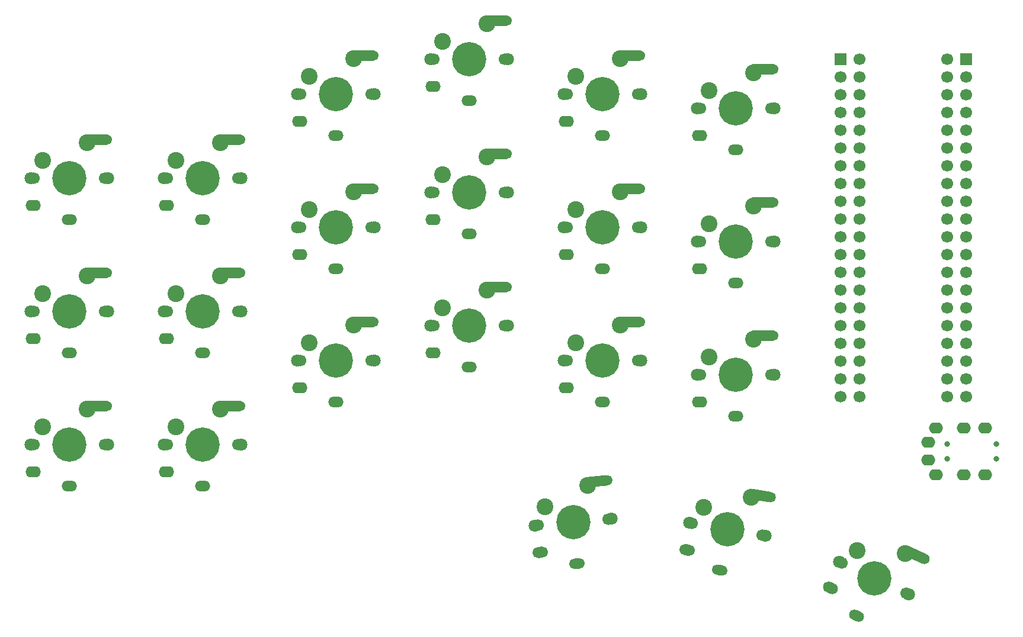
<source format=gbs>
%TF.GenerationSoftware,KiCad,Pcbnew,(6.0.5-0)*%
%TF.CreationDate,2023-02-13T19:00:38-08:00*%
%TF.ProjectId,keyboard_pcb,6b657962-6f61-4726-945f-7063622e6b69,rev1.0*%
%TF.SameCoordinates,Original*%
%TF.FileFunction,Soldermask,Bot*%
%TF.FilePolarity,Negative*%
%FSLAX46Y46*%
G04 Gerber Fmt 4.6, Leading zero omitted, Abs format (unit mm)*
G04 Created by KiCad (PCBNEW (6.0.5-0)) date 2023-02-13 19:00:38*
%MOMM*%
%LPD*%
G01*
G04 APERTURE LIST*
G04 Aperture macros list*
%AMHorizOval*
0 Thick line with rounded ends*
0 $1 width*
0 $2 $3 position (X,Y) of the first rounded end (center of the circle)*
0 $4 $5 position (X,Y) of the second rounded end (center of the circle)*
0 Add line between two ends*
20,1,$1,$2,$3,$4,$5,0*
0 Add two circle primitives to create the rounded ends*
1,1,$1,$2,$3*
1,1,$1,$4,$5*%
G04 Aperture macros list end*
%ADD10C,4.900000*%
%ADD11C,1.800000*%
%ADD12C,1.700000*%
%ADD13C,2.400000*%
%ADD14O,2.200000X1.600000*%
%ADD15HorizOval,1.500000X1.449945X0.012653X-1.449945X-0.012653X0*%
%ADD16O,2.200000X1.500000*%
%ADD17HorizOval,1.600000X0.298858X0.026147X-0.298858X-0.026147X0*%
%ADD18HorizOval,1.500000X0.348668X0.030505X-0.348668X-0.030505X0*%
%ADD19HorizOval,1.500000X1.443324X0.138976X-1.443324X-0.138976X0*%
%ADD20C,0.800000*%
%ADD21O,2.000000X1.600000*%
%ADD22HorizOval,1.600000X0.271892X-0.126785X-0.271892X0.126785X0*%
%ADD23HorizOval,1.500000X0.317208X-0.147916X-0.317208X0.147916X0*%
%ADD24HorizOval,1.500000X1.319444X-0.601305X-1.319444X0.601305X0*%
%ADD25R,1.700000X1.700000*%
%ADD26HorizOval,1.600000X0.295442X-0.052094X-0.295442X0.052094X0*%
%ADD27HorizOval,1.500000X1.430114X-0.239319X-1.430114X0.239319X0*%
%ADD28HorizOval,1.500000X0.344683X-0.060777X-0.344683X0.060777X0*%
G04 APERTURE END LIST*
D10*
%TO.C,K25*%
X164000000Y-98100000D03*
D11*
X169500000Y-98100000D03*
X158500000Y-98100000D03*
D12*
X158920000Y-98100000D03*
X169080000Y-98100000D03*
D13*
X160190000Y-95560000D03*
D14*
X158900000Y-102000000D03*
D15*
X167900042Y-92559599D03*
D13*
X166540000Y-93020000D03*
D16*
X164000000Y-104000000D03*
%TD*%
D11*
%TO.C,K24*%
X150450000Y-96100000D03*
D12*
X150030000Y-96100000D03*
D10*
X144950000Y-96100000D03*
D11*
X139450000Y-96100000D03*
D12*
X139870000Y-96100000D03*
D13*
X141140000Y-93560000D03*
D14*
X139850000Y-100000000D03*
D16*
X144950000Y-102000000D03*
D15*
X148850042Y-90559599D03*
D13*
X147490000Y-91020000D03*
%TD*%
D11*
%TO.C,K21*%
X93300000Y-108100000D03*
D10*
X87800000Y-108100000D03*
D12*
X92880000Y-108100000D03*
X82720000Y-108100000D03*
D11*
X82300000Y-108100000D03*
D14*
X82700000Y-112000000D03*
D13*
X83990000Y-105560000D03*
D16*
X87800000Y-114000000D03*
D13*
X90340000Y-103020000D03*
D15*
X91700042Y-102559599D03*
%TD*%
D10*
%TO.C,K02*%
X106850000Y-58000000D03*
D12*
X111930000Y-58000000D03*
X101770000Y-58000000D03*
D11*
X112350000Y-58000000D03*
X101350000Y-58000000D03*
D13*
X103040000Y-55460000D03*
D14*
X101750000Y-61900000D03*
D13*
X109390000Y-52920000D03*
D15*
X110750042Y-52459599D03*
D16*
X106850000Y-63900000D03*
%TD*%
D11*
%TO.C,K10*%
X74250000Y-89050000D03*
D12*
X73830000Y-89050000D03*
X63670000Y-89050000D03*
D10*
X68750000Y-89050000D03*
D11*
X63250000Y-89050000D03*
D13*
X64940000Y-86510000D03*
D14*
X63650000Y-92950000D03*
D15*
X72650042Y-83509599D03*
D13*
X71290000Y-83970000D03*
D16*
X68750000Y-94950000D03*
%TD*%
D12*
%TO.C,K04*%
X150030000Y-58000000D03*
D10*
X144950000Y-58000000D03*
D11*
X139450000Y-58000000D03*
D12*
X139870000Y-58000000D03*
D11*
X150450000Y-58000000D03*
D14*
X139850000Y-61900000D03*
D13*
X141140000Y-55460000D03*
X147490000Y-52920000D03*
D15*
X148850042Y-52459599D03*
D16*
X144950000Y-63900000D03*
%TD*%
D12*
%TO.C,K12*%
X111930000Y-77050000D03*
D11*
X101350000Y-77050000D03*
X112350000Y-77050000D03*
D10*
X106850000Y-77050000D03*
D12*
X101770000Y-77050000D03*
D13*
X103040000Y-74510000D03*
D14*
X101750000Y-80950000D03*
D13*
X109390000Y-71970000D03*
D15*
X110750042Y-71509599D03*
D16*
X106850000Y-82950000D03*
%TD*%
D10*
%TO.C,K30*%
X140800000Y-119200000D03*
D11*
X135320929Y-119679357D03*
D12*
X145860669Y-118757249D03*
D11*
X146279071Y-118720643D03*
D12*
X135739331Y-119642751D03*
D13*
X136783123Y-117001729D03*
D17*
X136059314Y-123529654D03*
D18*
X141314219Y-125077549D03*
D19*
X144202323Y-113340771D03*
D13*
X142887583Y-113917955D03*
%TD*%
D12*
%TO.C,K01*%
X92880000Y-70000000D03*
X82720000Y-70000000D03*
D11*
X93300000Y-70000000D03*
X82300000Y-70000000D03*
D10*
X87800000Y-70000000D03*
D14*
X82700000Y-73900000D03*
D13*
X83990000Y-67460000D03*
X90340000Y-64920000D03*
D15*
X91700042Y-64459599D03*
D16*
X87800000Y-75900000D03*
%TD*%
D11*
%TO.C,K14*%
X150450000Y-77050000D03*
D12*
X150030000Y-77050000D03*
D11*
X139450000Y-77050000D03*
D10*
X144950000Y-77050000D03*
D12*
X139870000Y-77050000D03*
D13*
X141140000Y-74510000D03*
D14*
X139850000Y-80950000D03*
D15*
X148850042Y-71509599D03*
D13*
X147490000Y-71970000D03*
D16*
X144950000Y-82950000D03*
%TD*%
D11*
%TO.C,K23*%
X131400000Y-91100000D03*
D10*
X125900000Y-91100000D03*
D12*
X130980000Y-91100000D03*
X120820000Y-91100000D03*
D11*
X120400000Y-91100000D03*
D14*
X120800000Y-95000000D03*
D13*
X122090000Y-88560000D03*
D16*
X125900000Y-97000000D03*
D13*
X128440000Y-86020000D03*
D15*
X129800042Y-85559599D03*
%TD*%
D11*
%TO.C,K03*%
X120400000Y-53000000D03*
D10*
X125900000Y-53000000D03*
D11*
X131400000Y-53000000D03*
D12*
X120820000Y-53000000D03*
X130980000Y-53000000D03*
D14*
X120800000Y-56900000D03*
D13*
X122090000Y-50460000D03*
D16*
X125900000Y-58900000D03*
D13*
X128440000Y-47920000D03*
D15*
X129800042Y-47459599D03*
%TD*%
D12*
%TO.C,K22*%
X111930000Y-96100000D03*
D11*
X112350000Y-96100000D03*
D12*
X101770000Y-96100000D03*
D10*
X106850000Y-96100000D03*
D11*
X101350000Y-96100000D03*
D14*
X101750000Y-100000000D03*
D13*
X103040000Y-93560000D03*
X109390000Y-91020000D03*
D15*
X110750042Y-90559599D03*
D16*
X106850000Y-102000000D03*
%TD*%
D20*
%TO.C,J1*%
X201250000Y-110100000D03*
X194250000Y-108000000D03*
X194250000Y-110100000D03*
X201250000Y-108000000D03*
D21*
X191550000Y-107800000D03*
X191550000Y-110300000D03*
X192650000Y-112400000D03*
X192650000Y-105700000D03*
X199650000Y-112400000D03*
X196650000Y-105700000D03*
X196650000Y-112400000D03*
X199650000Y-105700000D03*
%TD*%
D12*
%TO.C,K15*%
X158920000Y-79050000D03*
D11*
X158500000Y-79050000D03*
D12*
X169080000Y-79050000D03*
D11*
X169500000Y-79050000D03*
D10*
X164000000Y-79050000D03*
D14*
X158900000Y-82950000D03*
D13*
X160190000Y-76510000D03*
D16*
X164000000Y-84950000D03*
D13*
X166540000Y-73970000D03*
D15*
X167900042Y-73509599D03*
%TD*%
D12*
%TO.C,K32*%
X188404044Y-129346901D03*
D11*
X178815307Y-124875600D03*
D10*
X183800000Y-127200000D03*
D11*
X188784693Y-129524400D03*
D12*
X179195956Y-125053099D03*
D22*
X177529619Y-128579247D03*
D13*
X181420418Y-123287803D03*
D23*
X181306552Y-132547216D03*
D24*
X189676113Y-123826920D03*
D13*
X188248923Y-123669407D03*
%TD*%
D10*
%TO.C,K11*%
X87800000Y-89050000D03*
D11*
X93300000Y-89050000D03*
D12*
X92880000Y-89050000D03*
X82720000Y-89050000D03*
D11*
X82300000Y-89050000D03*
D13*
X83990000Y-86510000D03*
D14*
X82700000Y-92950000D03*
D13*
X90340000Y-83970000D03*
D16*
X87800000Y-94950000D03*
D15*
X91700042Y-83509599D03*
%TD*%
D25*
%TO.C,U1*%
X179035000Y-53020000D03*
X196935000Y-53000000D03*
D12*
X196935000Y-55540000D03*
X179035000Y-55560000D03*
X179035000Y-58100000D03*
X196935000Y-58080000D03*
X196935000Y-60620000D03*
X179035000Y-60640000D03*
X179035000Y-63180000D03*
X196935000Y-63160000D03*
X196935000Y-65700000D03*
X179035000Y-65720000D03*
X196935000Y-68240000D03*
X179035000Y-68260000D03*
X196935000Y-70780000D03*
X179035000Y-70800000D03*
X179035000Y-73340000D03*
X196935000Y-73320000D03*
X196935000Y-75860000D03*
X179035000Y-75880000D03*
X179035000Y-78420000D03*
X196935000Y-78400000D03*
X179035000Y-80960000D03*
X196935000Y-80940000D03*
X196935000Y-83480000D03*
X179035000Y-83500000D03*
X179035000Y-86040000D03*
X196935000Y-86020000D03*
X179035000Y-88580000D03*
X196935000Y-88560000D03*
X196935000Y-91100000D03*
X179035000Y-91120000D03*
X196935000Y-93640000D03*
X179035000Y-93660000D03*
X179035000Y-96200000D03*
X196935000Y-96180000D03*
X196935000Y-98720000D03*
X179035000Y-98740000D03*
X196935000Y-101260000D03*
X179035000Y-101280000D03*
X194275000Y-101280000D03*
X181695000Y-101260000D03*
X181695000Y-98720000D03*
X194275000Y-98740000D03*
X181695000Y-96180000D03*
X194275000Y-96200000D03*
X194275000Y-93660000D03*
X181695000Y-93640000D03*
X194275000Y-91120000D03*
X181695000Y-91100000D03*
X194275000Y-88580000D03*
X181695000Y-88560000D03*
X194275000Y-86040000D03*
X181695000Y-86020000D03*
X194275000Y-83500000D03*
X181695000Y-83480000D03*
X181695000Y-80940000D03*
X194275000Y-80960000D03*
X181695000Y-78400000D03*
X194275000Y-78420000D03*
X194275000Y-75880000D03*
X181695000Y-75860000D03*
X181695000Y-73320000D03*
X194275000Y-73340000D03*
X181695000Y-70780000D03*
X194275000Y-70800000D03*
X194275000Y-68260000D03*
X181695000Y-68240000D03*
X194275000Y-65720000D03*
X181695000Y-65700000D03*
X181695000Y-63160000D03*
X194275000Y-63180000D03*
X194275000Y-60640000D03*
X181695000Y-60620000D03*
X181695000Y-58080000D03*
X194275000Y-58100000D03*
X181695000Y-55540000D03*
X194275000Y-55560000D03*
X181695000Y-53000000D03*
X194275000Y-53020000D03*
%TD*%
D11*
%TO.C,K05*%
X158500000Y-60000000D03*
D12*
X158920000Y-60000000D03*
D11*
X169500000Y-60000000D03*
D10*
X164000000Y-60000000D03*
D12*
X169080000Y-60000000D03*
D13*
X160190000Y-57460000D03*
D14*
X158900000Y-63900000D03*
D16*
X164000000Y-65900000D03*
D15*
X167900042Y-54459599D03*
D13*
X166540000Y-54920000D03*
%TD*%
D12*
%TO.C,K20*%
X73830000Y-108100000D03*
X63670000Y-108100000D03*
D11*
X74250000Y-108100000D03*
D10*
X68750000Y-108100000D03*
D11*
X63250000Y-108100000D03*
D14*
X63650000Y-112000000D03*
D13*
X64940000Y-105560000D03*
D16*
X68750000Y-114000000D03*
D15*
X72650042Y-102559599D03*
D13*
X71290000Y-103020000D03*
%TD*%
D11*
%TO.C,K13*%
X120400000Y-72050000D03*
D10*
X125900000Y-72050000D03*
D11*
X131400000Y-72050000D03*
D12*
X120820000Y-72050000D03*
X130980000Y-72050000D03*
D13*
X122090000Y-69510000D03*
D14*
X120800000Y-75950000D03*
D16*
X125900000Y-77950000D03*
D15*
X129800042Y-66509599D03*
D13*
X128440000Y-66970000D03*
%TD*%
D11*
%TO.C,K00*%
X63250000Y-70000000D03*
D12*
X73830000Y-70000000D03*
D11*
X74250000Y-70000000D03*
D12*
X63670000Y-70000000D03*
D10*
X68750000Y-70000000D03*
D13*
X64940000Y-67460000D03*
D14*
X63650000Y-73900000D03*
D16*
X68750000Y-75900000D03*
D15*
X72650042Y-64459599D03*
D13*
X71290000Y-64920000D03*
%TD*%
D11*
%TO.C,K31*%
X157383557Y-119244935D03*
D12*
X167802823Y-121082133D03*
X157797177Y-119317867D03*
D11*
X168216443Y-121155065D03*
D10*
X162800000Y-120200000D03*
D13*
X159488949Y-117036989D03*
D26*
X157100253Y-123155145D03*
D27*
X167602872Y-115421006D03*
D13*
X166183544Y-115638243D03*
D28*
X161775476Y-126010366D03*
%TD*%
M02*

</source>
